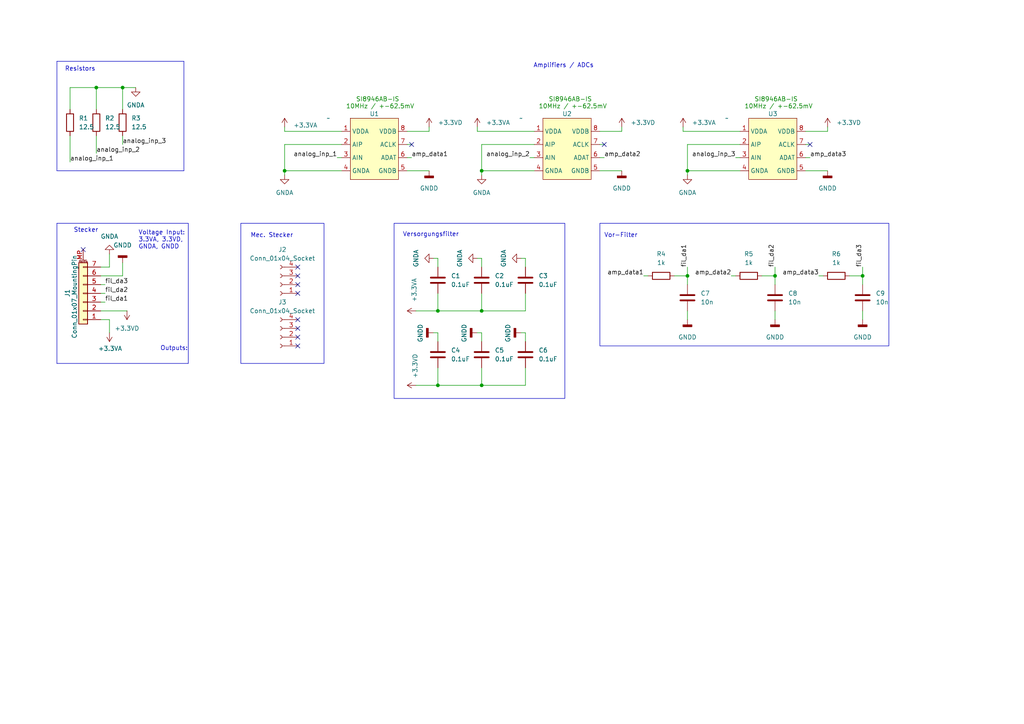
<source format=kicad_sch>
(kicad_sch (version 20231120) (generator "eeschema") (generator_version "8.0")
  (paper "A4")
  (lib_symbols
    (symbol "+3.3V_1" (power) (pin_numbers hide) (pin_names (offset 0) hide)
      (property "Value" "+3.3V" (at 0 3.556 0))
      (symbol "+3.3V_1_0_1"
        (polyline (pts (xy -0.762 1.27) (xy 0 2.54)))
        (polyline (pts (xy 0 0) (xy 0 2.54)))
        (polyline (pts (xy 0 2.54) (xy 0.762 1.27)))
      )
      (symbol "+3.3V_1_1_1"
        (pin power_in line (at 0 0 90) (length 0) (name "~") (number "1"))
      )
    )
    (symbol "Connector:Conn_01x04_Socket" (pin_names (offset 1.016) hide)
      (property "Reference" "J" (at 0 5.08 0))
      (property "Value" "Conn_01x04_Socket" (at 0 -7.62 0))
      (symbol "Conn_01x04_Socket_1_1"
        (arc (start 0 -4.572) (mid -0.5058 -5.08) (end 0 -5.588) (stroke (width 0.1524)))
        (arc (start 0 -2.032) (mid -0.5058 -2.54) (end 0 -3.048) (stroke (width 0.1524)))
        (polyline (pts (xy -1.27 -5.08) (xy -0.508 -5.08)) (stroke (width 0.1524)))
        (polyline (pts (xy -1.27 -2.54) (xy -0.508 -2.54)) (stroke (width 0.1524)))
        (polyline (pts (xy -1.27 0) (xy -0.508 0)) (stroke (width 0.1524)))
        (polyline (pts (xy -1.27 2.54) (xy -0.508 2.54)) (stroke (width 0.1524)))
        (arc (start 0 0.508) (mid -0.5058 0) (end 0 -0.508) (stroke (width 0.1524)))
        (arc (start 0 3.048) (mid -0.5058 2.54) (end 0 2.032) (stroke (width 0.1524)))
        (pin passive line (at -5.08 2.54 0) (length 3.81) (name "Pin_1") (number "1"))
        (pin passive line (at -5.08 0 0) (length 3.81) (name "Pin_2") (number "2"))
        (pin passive line (at -5.08 -2.54 0) (length 3.81) (name "Pin_3") (number "3"))
        (pin passive line (at -5.08 -5.08 0) (length 3.81) (name "Pin_4") (number "4"))
      )
    )
    (symbol "Connector_Generic_MountingPin:Conn_01x07_MountingPin" (pin_names (offset 1.016) hide)
      (property "Reference" "J" (at 0 10.16 0))
      (property "Value" "Conn_01x07_MountingPin" (at 1.27 -10.16 0))
      (symbol "Conn_01x07_MountingPin_1_1"
        (rectangle (start -1.27 -7.493) (end 0 -7.747) (stroke (width 0.1524)))
        (rectangle (start -1.27 -4.953) (end 0 -5.207) (stroke (width 0.1524)))
        (rectangle (start -1.27 -2.413) (end 0 -2.667) (stroke (width 0.1524)))
        (rectangle (start -1.27 0.127) (end 0 -0.127) (stroke (width 0.1524)))
        (rectangle (start -1.27 2.667) (end 0 2.413) (stroke (width 0.1524)))
        (rectangle (start -1.27 5.207) (end 0 4.953) (stroke (width 0.1524)))
        (rectangle (start -1.27 7.747) (end 0 7.493) (stroke (width 0.1524)))
        (rectangle (start -1.27 8.89) (end 1.27 -8.89) (stroke (width 0.254)) (fill (type background)))
        (polyline (pts (xy -1.016 -9.652) (xy 1.016 -9.652)) (stroke (width 0.1524)))
        (text "Mounting" (at 0 -9.271 0) (effects (font (size 0.381 0.381))))
        (pin passive line (at -5.08 7.62 0) (length 3.81) (name "Pin_1") (number "1"))
        (pin passive line (at -5.08 5.08 0) (length 3.81) (name "Pin_2") (number "2"))
        (pin passive line (at -5.08 2.54 0) (length 3.81) (name "Pin_3") (number "3"))
        (pin passive line (at -5.08 0 0) (length 3.81) (name "Pin_4") (number "4"))
        (pin passive line (at -5.08 -2.54 0) (length 3.81) (name "Pin_5") (number "5"))
        (pin passive line (at -5.08 -5.08 0) (length 3.81) (name "Pin_6") (number "6"))
        (pin passive line (at -5.08 -7.62 0) (length 3.81) (name "Pin_7") (number "7"))
        (pin passive line (at 0 -12.7 90) (length 3.048) (name "MountPin") (number "MP"))
      )
    )
    (symbol "Device:C" (pin_numbers hide) (pin_names (offset 0.254))
      (property "Reference" "C" (at 0.635 2.54 0))
      (property "Value" "C" (at 0.635 -2.54 0))
      (symbol "C_0_1"
        (polyline (pts (xy -2.032 -0.762) (xy 2.032 -0.762)) (stroke (width 0.508)))
        (polyline (pts (xy -2.032 0.762) (xy 2.032 0.762)) (stroke (width 0.508)))
      )
      (symbol "C_1_1"
        (pin passive line (at 0 3.81 270) (length 2.794) (name "~") (number "1"))
        (pin passive line (at 0 -3.81 90) (length 2.794) (name "~") (number "2"))
      )
    )
    (symbol "Device:R" (pin_numbers hide) (pin_names (offset 0))
      (property "Reference" "R" (at 2.032 0 90))
      (property "Value" "R" (at 0 0 90))
      (symbol "R_0_1"
        (rectangle (start -1.016 -2.54) (end 1.016 2.54) (stroke (width 0.254)))
      )
      (symbol "R_1_1"
        (pin passive line (at 0 3.81 270) (length 1.27) (name "~") (number "1"))
        (pin passive line (at 0 -3.81 90) (length 1.27) (name "~") (number "2"))
      )
    )
    (symbol "Si8941:_Si8941"
      (property "Reference" "U3" (at 0.635 7.62 0))
      (property "Value" "~" (at -12.7 6.35 0))
      (symbol "_Si8941_1_1"
        (rectangle (start -6.35 6.35) (end 7.62 -11.43) (fill (type background)))
        (pin power_in line (at -8.89 2.54 0) (length 2.54) (name "VDDA") (number "1"))
        (pin input line (at -8.89 -1.27 0) (length 2.54) (name "AIP") (number "2"))
        (pin input line (at -8.89 -5.08 0) (length 2.54) (name "AIN") (number "3"))
        (pin passive line (at -8.89 -8.89 0) (length 2.54) (name "GNDA") (number "4"))
        (pin passive line (at 10.16 -8.89 180) (length 2.54) (name "GNDB") (number "5"))
        (pin output line (at 10.16 -5.08 180) (length 2.54) (name "ADAT") (number "6"))
        (pin output line (at 10.16 -1.27 180) (length 2.54) (name "ACLK") (number "7"))
        (pin power_in line (at 10.16 2.54 180) (length 2.54) (name "VDDB") (number "8"))
      )
    )
    (symbol "_Si8941_1"
      (property "Reference" "U1" (at 0.635 7.62 0))
      (property "Value" "~" (at -12.7 6.35 0))
      (symbol "_Si8941_1_1_1"
        (rectangle (start -6.35 6.35) (end 7.62 -11.43) (fill (type background)))
        (pin power_in line (at -8.89 2.54 0) (length 2.54) (name "VDDA") (number "1"))
        (pin input line (at -8.89 -1.27 0) (length 2.54) (name "AIP") (number "2"))
        (pin input line (at -8.89 -5.08 0) (length 2.54) (name "AIN") (number "3"))
        (pin passive line (at -8.89 -8.89 0) (length 2.54) (name "GNDA") (number "4"))
        (pin passive line (at 10.16 -8.89 180) (length 2.54) (name "GNDB") (number "5"))
        (pin output line (at 10.16 -5.08 180) (length 2.54) (name "ADAT") (number "6"))
        (pin output line (at 10.16 -1.27 180) (length 2.54) (name "ACLK") (number "7"))
        (pin power_in line (at 10.16 2.54 180) (length 2.54) (name "VDDB") (number "8"))
      )
    )
    (symbol "_Si8941_2"
      (property "Reference" "U2" (at 0.635 7.62 0))
      (property "Value" "~" (at -12.7 6.35 0))
      (symbol "_Si8941_2_1_1"
        (rectangle (start -6.35 6.35) (end 7.62 -11.43) (fill (type background)))
        (pin power_in line (at -8.89 2.54 0) (length 2.54) (name "VDDA") (number "1"))
        (pin input line (at -8.89 -1.27 0) (length 2.54) (name "AIP") (number "2"))
        (pin input line (at -8.89 -5.08 0) (length 2.54) (name "AIN") (number "3"))
        (pin passive line (at -8.89 -8.89 0) (length 2.54) (name "GNDA") (number "4"))
        (pin passive line (at 10.16 -8.89 180) (length 2.54) (name "GNDB") (number "5"))
        (pin output line (at 10.16 -5.08 180) (length 2.54) (name "ADAT") (number "6"))
        (pin output line (at 10.16 -1.27 180) (length 2.54) (name "ACLK") (number "7"))
        (pin power_in line (at 10.16 2.54 180) (length 2.54) (name "VDDB") (number "8"))
      )
    )
    (symbol "power:+3.3V" (power) (pin_names (offset 0))
      (property "Value" "+3.3V" (at 0 3.556 0))
      (symbol "+3.3V_0_1"
        (polyline (pts (xy -0.762 1.27) (xy 0 2.54)))
        (polyline (pts (xy 0 0) (xy 0 2.54)))
        (polyline (pts (xy 0 2.54) (xy 0.762 1.27)))
      )
      (symbol "+3.3V_1_1"
        (pin power_in line (at 0 0 90) (length 0) hide (name "+3.3V") (number "1"))
      )
    )
    (symbol "power:+3.3VA" (power) (pin_names (offset 0))
      (property "Value" "+3.3VA" (at 0 3.556 0))
      (symbol "+3.3VA_0_1"
        (polyline (pts (xy -0.762 1.27) (xy 0 2.54)))
        (polyline (pts (xy 0 0) (xy 0 2.54)))
        (polyline (pts (xy 0 2.54) (xy 0.762 1.27)))
      )
      (symbol "+3.3VA_1_1"
        (pin power_in line (at 0 0 90) (length 0) hide (name "+3.3VA") (number "1"))
      )
    )
    (symbol "power:GNDA" (power) (pin_names (offset 0))
      (property "Value" "GNDA" (at 0 -3.81 0))
      (symbol "GNDA_0_1"
        (polyline (pts (xy 0 0) (xy 0 -1.27) (xy 1.27 -1.27) (xy 0 -2.54) (xy -1.27 -1.27) (xy 0 -1.27)))
      )
      (symbol "GNDA_1_1"
        (pin power_in line (at 0 0 270) (length 0) hide (name "GNDA") (number "1"))
      )
    )
    (symbol "power:GNDD" (power) (pin_names (offset 0))
      (property "Value" "GNDD" (at 0 -3.175 0))
      (symbol "GNDD_0_1"
        (rectangle (start -1.27 -1.524) (end 1.27 -2.032) (stroke (width 0.254)) (fill (type outline)))
        (polyline (pts (xy 0 0) (xy 0 -1.524)))
      )
      (symbol "GNDD_1_1"
        (pin power_in line (at 0 0 270) (length 0) hide (name "GNDD") (number "1"))
      )
    )
  )
  (junction (at 139.7 49.53))
  (junction (at 199.39 80.01))
  (junction (at 27.94 25.4))
  (junction (at 127 111.76))
  (junction (at 250.19 80.01))
  (junction (at 82.55 49.53))
  (junction (at 224.79 80.01))
  (junction (at 35.56 25.4))
  (junction (at 199.39 49.53))
  (junction (at 139.7 90.17))
  (junction (at 139.7 111.76))
  (junction (at 127 90.17))
  (no_connect (at 86.36 100.33))
  (no_connect (at 24.13 72.39))
  (no_connect (at 86.36 97.79))
  (no_connect (at 86.36 92.71))
  (no_connect (at 86.36 80.01))
  (no_connect (at 86.36 77.47))
  (no_connect (at 234.95 41.91))
  (no_connect (at 175.26 41.91))
  (no_connect (at 86.36 85.09))
  (no_connect (at 86.36 95.25))
  (no_connect (at 119.38 41.91))
  (no_connect (at 86.36 82.55))
  (wire (pts (xy 82.55 36.83) (xy 82.55 38.1)))
  (polyline (pts (xy 53.34 17.78) (xy 53.34 49.53)))
  (wire (pts (xy 180.34 36.83) (xy 180.34 38.1)))
  (wire (pts (xy 139.7 41.91) (xy 139.7 49.53)))
  (wire (pts (xy 154.94 41.91) (xy 139.7 41.91)))
  (wire (pts (xy 82.55 41.91) (xy 82.55 49.53)))
  (wire (pts (xy 139.7 96.52) (xy 138.43 96.52)))
  (wire (pts (xy 186.69 80.01) (xy 187.96 80.01)))
  (wire (pts (xy 127 90.17) (xy 127 85.09)))
  (wire (pts (xy 29.21 90.17) (xy 36.83 90.17)))
  (wire (pts (xy 20.32 25.4) (xy 20.32 31.75)))
  (wire (pts (xy 127 90.17) (xy 139.7 90.17)))
  (polyline (pts (xy 16.51 17.78) (xy 16.51 49.53)))
  (wire (pts (xy 35.56 39.37) (xy 35.56 41.91)))
  (wire (pts (xy 97.79 45.72) (xy 99.06 45.72)))
  (wire (pts (xy 29.21 87.63) (xy 30.48 87.63)))
  (wire (pts (xy 152.4 96.52) (xy 151.13 96.52)))
  (wire (pts (xy 199.39 49.53) (xy 214.63 49.53)))
  (wire (pts (xy 27.94 25.4) (xy 35.56 25.4)))
  (wire (pts (xy 224.79 90.17) (xy 224.79 92.71)))
  (wire (pts (xy 139.7 49.53) (xy 154.94 49.53)))
  (wire (pts (xy 224.79 82.55) (xy 224.79 80.01)))
  (wire (pts (xy 152.4 96.52) (xy 152.4 99.06)))
  (wire (pts (xy 199.39 82.55) (xy 199.39 80.01)))
  (wire (pts (xy 29.21 77.47) (xy 31.75 77.47)))
  (wire (pts (xy 127 74.93) (xy 125.73 74.93)))
  (wire (pts (xy 152.4 74.93) (xy 151.13 74.93)))
  (wire (pts (xy 127 111.76) (xy 127 106.68)))
  (wire (pts (xy 29.21 85.09) (xy 30.48 85.09)))
  (wire (pts (xy 35.56 25.4) (xy 35.56 31.75)))
  (wire (pts (xy 233.68 41.91) (xy 234.95 41.91)))
  (wire (pts (xy 152.4 74.93) (xy 152.4 77.47)))
  (wire (pts (xy 212.09 80.01) (xy 213.36 80.01)))
  (wire (pts (xy 118.11 45.72) (xy 119.38 45.72)))
  (wire (pts (xy 29.21 92.71) (xy 31.75 92.71)))
  (wire (pts (xy 139.7 111.76) (xy 152.4 111.76)))
  (wire (pts (xy 29.21 80.01) (xy 35.56 80.01)))
  (wire (pts (xy 35.56 80.01) (xy 35.56 76.2)))
  (wire (pts (xy 127 96.52) (xy 127 99.06)))
  (wire (pts (xy 213.36 45.72) (xy 214.63 45.72)))
  (wire (pts (xy 138.43 38.1) (xy 154.94 38.1)))
  (wire (pts (xy 127 96.52) (xy 125.73 96.52)))
  (wire (pts (xy 82.55 49.53) (xy 82.55 50.8)))
  (polyline (pts (xy 16.51 64.77) (xy 54.61 64.77)))
  (wire (pts (xy 198.12 38.1) (xy 214.63 38.1)))
  (wire (pts (xy 173.99 49.53) (xy 180.34 49.53)))
  (wire (pts (xy 152.4 90.17) (xy 152.4 85.09)))
  (polyline (pts (xy 16.51 64.77) (xy 16.51 105.41)))
  (wire (pts (xy 199.39 90.17) (xy 199.39 92.71)))
  (wire (pts (xy 173.99 45.72) (xy 175.26 45.72)))
  (wire (pts (xy 20.32 39.37) (xy 20.32 46.99)))
  (wire (pts (xy 118.11 49.53) (xy 124.46 49.53)))
  (wire (pts (xy 120.65 111.76) (xy 127 111.76)))
  (wire (pts (xy 246.38 80.01) (xy 250.19 80.01)))
  (wire (pts (xy 139.7 74.93) (xy 139.7 77.47)))
  (wire (pts (xy 153.67 45.72) (xy 154.94 45.72)))
  (wire (pts (xy 224.79 77.47) (xy 224.79 80.01)))
  (wire (pts (xy 82.55 38.1) (xy 99.06 38.1)))
  (wire (pts (xy 139.7 90.17) (xy 152.4 90.17)))
  (wire (pts (xy 237.49 80.01) (xy 238.76 80.01)))
  (wire (pts (xy 27.94 39.37) (xy 27.94 44.45)))
  (wire (pts (xy 233.68 49.53) (xy 240.03 49.53)))
  (polyline (pts (xy 16.51 105.41) (xy 54.61 105.41)))
  (polyline (pts (xy 53.34 49.53) (xy 16.51 49.53)))
  (wire (pts (xy 35.56 25.4) (xy 39.37 25.4)))
  (wire (pts (xy 29.21 82.55) (xy 30.48 82.55)))
  (wire (pts (xy 99.06 41.91) (xy 82.55 41.91)))
  (wire (pts (xy 82.55 49.53) (xy 99.06 49.53)))
  (wire (pts (xy 138.43 36.83) (xy 138.43 38.1)))
  (wire (pts (xy 139.7 49.53) (xy 139.7 50.8)))
  (wire (pts (xy 139.7 96.52) (xy 139.7 99.06)))
  (polyline (pts (xy 16.51 17.78) (xy 53.34 17.78)))
  (wire (pts (xy 199.39 77.47) (xy 199.39 80.01)))
  (wire (pts (xy 199.39 49.53) (xy 199.39 50.8)))
  (polyline (pts (xy 54.61 105.41) (xy 54.61 64.77)))
  (wire (pts (xy 139.7 111.76) (xy 139.7 106.68)))
  (wire (pts (xy 233.68 45.72) (xy 234.95 45.72)))
  (wire (pts (xy 139.7 74.93) (xy 138.43 74.93)))
  (wire (pts (xy 139.7 90.17) (xy 139.7 85.09)))
  (wire (pts (xy 27.94 25.4) (xy 27.94 31.75)))
  (wire (pts (xy 120.65 90.17) (xy 127 90.17)))
  (wire (pts (xy 118.11 38.1) (xy 124.46 38.1)))
  (wire (pts (xy 20.32 25.4) (xy 27.94 25.4)))
  (wire (pts (xy 233.68 38.1) (xy 240.03 38.1)))
  (wire (pts (xy 127 111.76) (xy 139.7 111.76)))
  (wire (pts (xy 152.4 111.76) (xy 152.4 106.68)))
  (wire (pts (xy 195.58 80.01) (xy 199.39 80.01)))
  (wire (pts (xy 31.75 92.71) (xy 31.75 96.52)))
  (wire (pts (xy 127 74.93) (xy 127 77.47)))
  (wire (pts (xy 173.99 41.91) (xy 175.26 41.91)))
  (wire (pts (xy 124.46 36.83) (xy 124.46 38.1)))
  (wire (pts (xy 240.03 36.83) (xy 240.03 38.1)))
  (wire (pts (xy 220.98 80.01) (xy 224.79 80.01)))
  (wire (pts (xy 250.19 82.55) (xy 250.19 80.01)))
  (wire (pts (xy 118.11 41.91) (xy 119.38 41.91)))
  (wire (pts (xy 31.75 73.66) (xy 31.75 77.47)))
  (wire (pts (xy 198.12 36.83) (xy 198.12 38.1)))
  (wire (pts (xy 173.99 38.1) (xy 180.34 38.1)))
  (wire (pts (xy 199.39 41.91) (xy 199.39 49.53)))
  (wire (pts (xy 250.19 77.47) (xy 250.19 80.01)))
  (wire (pts (xy 214.63 41.91) (xy 199.39 41.91)))
  (wire (pts (xy 250.19 90.17) (xy 250.19 92.71)))
  (rectangle (start 173.99 64.77) (end 257.81 100.33))
  (rectangle (start 114.3 64.77) (end 163.83 115.57))
  (rectangle (start 69.85 64.77) (end 93.98 105.41))
  (text "   SI8946AB-IS\n10MHz / +-62.5mV" (at 100.33 31.75 0) (effects (font (size 1.27 1.27)) (justify left bottom)))
  (text "Resistors\n\n" (at 18.796 22.86 0) (effects (font (size 1.27 1.27)) (justify left bottom)))
  (text "Mec. Stecker" (at 72.644 69.088 0) (effects (font (size 1.27 1.27)) (justify left bottom)))
  (text "   SI8946AB-IS\n10MHz / +-62.5mV" (at 215.9 31.75 0) (effects (font (size 1.27 1.27)) (justify left bottom)))
  (text "   SI8946AB-IS\n10MHz / +-62.5mV" (at 156.21 31.75 0) (effects (font (size 1.27 1.27)) (justify left bottom)))
  (text "Stecker" (at 21.336 67.564 0) (effects (font (size 1.27 1.27)) (justify left bottom)))
  (text "Versorgungsfilter" (at 124.968 68.072 0) (effects (font (size 1.27 1.27))))
  (text "Outputs: " (at 46.482 101.854 0) (effects (font (size 1.27 1.27)) (justify left bottom)))
  (text "Amplifiers / ADCs" (at 154.686 19.812 0) (effects (font (size 1.27 1.27)) (justify left bottom)))
  (text "Voltage Input: \n3.3VA, 3.3VD,\nGNDA, GNDD" (at 40.132 72.39 0) (effects (font (size 1.27 1.27)) (justify left bottom)))
  (text "Vor-Filter" (at 180.086 68.326 0) (effects (font (size 1.27 1.27))))
  (label "fil_da2" (at 30.48 85.09 0))
  (label "analog_inp_3" (at 213.36 45.72 180))
  (label "fil_da3" (at 30.48 82.55 0))
  (label "analog_inp_3" (at 35.56 41.91 0))
  (label "amp_data1" (at 186.69 80.01 180))
  (label "analog_inp_2" (at 153.67 45.72 180))
  (label "fil_da1" (at 30.48 87.63 0))
  (label "amp_data2" (at 175.26 45.72 0))
  (label "analog_inp_2" (at 27.94 44.45 0))
  (label "fil_da2" (at 224.79 77.47 90))
  (label "analog_inp_1" (at 20.32 46.99 0))
  (label "amp_data3" (at 234.95 45.72 0))
  (label "fil_da1" (at 199.39 77.47 90))
  (label "fil_da3" (at 250.19 77.47 90))
  (label "analog_inp_1" (at 97.79 45.72 180))
  (label "amp_data3" (at 237.49 80.01 180))
  (label "amp_data1" (at 119.38 45.72 0))
  (label "amp_data2" (at 212.09 80.01 180))
  (symbol (lib_id "power:GNDA") (at 39.37 25.4 0) (unit 1)
    (property "Reference" "#PWR07" (effects (hide yes)))
    (property "Value" "GNDA" (at 39.37 30.48 0))
  )
  (symbol (lib_id "power:GNDD") (at 199.39 92.71 0) (unit 1)
    (property "Reference" "#PWR024" (effects (hide yes)))
    (property "Value" "GNDD" (at 199.39 97.79 0))
  )
  (symbol (lib_id "Device:C") (at 199.39 86.36 0) (unit 1)
    (property "Reference" "C7" (at 203.2 85.0899 0) (effects (justify left)))
    (property "Value" "10n" (at 203.2 87.6299 0) (effects (justify left)))
    (property "Footprint" "Capacitor_SMD:C_0603_1608Metric_Pad1.08x0.95mm_HandSolder" (effects (hide yes)))
    (property "Description" "Unpolarized capacitor" (effects (hide yes)))
  )
  (symbol (lib_id "Device:R") (at 242.57 80.01 90) (unit 1)
    (property "Reference" "R6" (at 242.57 73.66 90))
    (property "Value" "1k" (at 242.57 76.2 90))
    (property "Footprint" "Resistor_SMD:R_0603_1608Metric_Pad0.98x0.95mm_HandSolder" (effects (hide yes)))
    (property "Description" "Resistor" (effects (hide yes)))
  )
  (symbol (lib_id "power:+3.3VA") (at 120.65 90.17 90) (unit 1)
    (property "Reference" "#PWR02" (effects (hide yes)))
    (property "Value" "+3.3VA" (at 120.142 87.63 0) (effects (justify left)))
  )
  (symbol (lib_id "Device:R") (at 20.32 35.56 0) (unit 1)
    (property "Reference" "R1" (at 22.86 34.2899 0) (effects (justify left)))
    (property "Value" "12.5" (at 22.86 36.8299 0) (effects (justify left)))
    (property "Footprint" "Resistor_SMD:R_0603_1608Metric_Pad0.98x0.95mm_HandSolder" (effects (hide yes)))
    (property "Description" "Resistor" (effects (hide yes)))
  )
  (symbol (lib_id "Device:C") (at 152.4 81.28 0) (unit 1)
    (property "Reference" "C3" (at 156.21 80.0099 0) (effects (justify left)))
    (property "Value" "0.1uF" (at 156.21 82.5499 0) (effects (justify left)))
    (property "Footprint" "Capacitor_SMD:C_0603_1608Metric_Pad1.08x0.95mm_HandSolder" (effects (hide yes)))
    (property "Description" "Unpolarized capacitor" (effects (hide yes)))
  )
  (symbol (lib_name "_Si8941_2") (lib_id "Si8941:_Si8941") (at 163.83 40.64 0) (unit 1)
    (property "Reference" "U2" (at 164.465 33.02 0))
    (property "Value" "~" (at 151.13 34.29 0))
    (property "Footprint" "Package_SO:SOP-8_3.9x4.9mm_P1.27mm" (effects (hide yes)))
  )
  (symbol (lib_id "power:GNDD") (at 250.19 92.71 0) (unit 1)
    (property "Reference" "#PWR026" (effects (hide yes)))
    (property "Value" "GNDD" (at 250.19 97.79 0))
  )
  (symbol (lib_id "power:GNDA") (at 199.39 50.8 0) (unit 1)
    (property "Reference" "#PWR017" (effects (hide yes)))
    (property "Value" "GNDA" (at 199.39 55.88 0))
  )
  (symbol (lib_id "Device:C") (at 127 81.28 0) (unit 1)
    (property "Reference" "C1" (at 130.81 80.0099 0) (effects (justify left)))
    (property "Value" "0.1uF" (at 130.81 82.5499 0) (effects (justify left)))
    (property "Footprint" "Capacitor_SMD:C_0603_1608Metric_Pad1.08x0.95mm_HandSolder" (effects (hide yes)))
    (property "Description" "Unpolarized capacitor" (effects (hide yes)))
  )
  (symbol (lib_id "power:+3.3VA") (at 198.12 36.83 0) (unit 1)
    (property "Reference" "#PWR015" (effects (hide yes)))
    (property "Value" "+3.3VA" (at 200.66 35.5599 0) (effects (justify left)))
  )
  (symbol (lib_id "Device:C") (at 139.7 102.87 0) (unit 1)
    (property "Reference" "C5" (at 143.51 101.5999 0) (effects (justify left)))
    (property "Value" "0.1uF" (at 143.51 104.1399 0) (effects (justify left)))
    (property "Footprint" "Capacitor_SMD:C_0603_1608Metric_Pad1.08x0.95mm_HandSolder" (effects (hide yes)))
    (property "Description" "Unpolarized capacitor" (effects (hide yes)))
  )
  (symbol (lib_id "power:GNDD") (at 224.79 92.71 0) (unit 1)
    (property "Reference" "#PWR025" (effects (hide yes)))
    (property "Value" "GNDD" (at 224.79 97.79 0))
  )
  (symbol (lib_name "+3.3V_1") (lib_id "power:+3.3V") (at 36.83 90.17 180) (unit 1)
    (property "Reference" "#PWR04" (effects (hide yes)))
    (property "Value" "+3.3VD" (at 36.83 95.25 0))
    (property "Description" "Power symbol creates a global label with name \"+3.3V\"" (effects (hide yes)))
  )
  (symbol (lib_id "Device:C") (at 127 102.87 0) (unit 1)
    (property "Reference" "C4" (at 130.81 101.5999 0) (effects (justify left)))
    (property "Value" "0.1uF" (at 130.81 104.1399 0) (effects (justify left)))
    (property "Footprint" "Capacitor_SMD:C_0603_1608Metric_Pad1.08x0.95mm_HandSolder" (effects (hide yes)))
    (property "Description" "Unpolarized capacitor" (effects (hide yes)))
  )
  (symbol (lib_id "power:GNDD") (at 125.73 96.52 270) (unit 1)
    (property "Reference" "#PWR023" (effects (hide yes)))
    (property "Value" "GNDD" (at 121.92 99.314 0) (effects (justify right)))
  )
  (symbol (lib_id "Si8941:_Si8941") (at 223.52 40.64 0) (unit 1)
    (property "Reference" "U3" (at 224.155 33.02 0))
    (property "Value" "~" (at 210.82 34.29 0))
    (property "Footprint" "Package_SO:SOP-8_3.9x4.9mm_P1.27mm" (effects (hide yes)))
  )
  (symbol (lib_id "power:GNDA") (at 125.73 74.93 270) (unit 1)
    (property "Reference" "#PWR03" (effects (hide yes)))
    (property "Value" "GNDA" (at 120.65 74.93 0))
  )
  (symbol (lib_id "power:GNDD") (at 35.56 76.2 180) (unit 1)
    (property "Reference" "#PWR01" (effects (hide yes)))
    (property "Value" "GNDD" (at 35.56 71.12 0))
  )
  (symbol (lib_id "Device:R") (at 27.94 35.56 0) (unit 1)
    (property "Reference" "R2" (at 30.48 34.2899 0) (effects (justify left)))
    (property "Value" "12.5" (at 30.48 36.8299 0) (effects (justify left)))
    (property "Footprint" "Resistor_SMD:R_0603_1608Metric_Pad0.98x0.95mm_HandSolder" (effects (hide yes)))
    (property "Description" "Resistor" (effects (hide yes)))
  )
  (symbol (lib_id "power:+3.3VA") (at 82.55 36.83 0) (unit 1)
    (property "Reference" "#PWR09" (effects (hide yes)))
    (property "Value" "+3.3VA" (at 85.09 36.322 0) (effects (justify left)))
  )
  (symbol (lib_id "Device:C") (at 250.19 86.36 0) (unit 1)
    (property "Reference" "C9" (at 254 85.0899 0) (effects (justify left)))
    (property "Value" "10n" (at 254 87.6299 0) (effects (justify left)))
    (property "Footprint" "Capacitor_SMD:C_0603_1608Metric_Pad1.08x0.95mm_HandSolder" (effects (hide yes)))
    (property "Description" "Unpolarized capacitor" (effects (hide yes)))
  )
  (symbol (lib_id "Connector_Generic_MountingPin:Conn_01x07_MountingPin") (at 24.13 85.09 180) (unit 1)
    (property "Reference" "J1" (at 19.558 83.82 90) (effects (justify left)))
    (property "Value" "Conn_01x07_MountingPin" (at 21.59 73.914 90) (effects (justify left)))
    (property "Footprint" "Connector_JST:JST_GH_BM07B-GHS-TBT_1x07-1MP_P1.25mm_Vertical" (effects (hide yes)))
    (property "Description" "Generic connectable mounting pin connector, single row, 01x07, script generated (kicad-library-utils/schlib/autogen/connector/)" (effects (hide yes)))
  )
  (symbol (lib_id "Connector:Conn_01x04_Socket") (at 81.28 97.79 180) (unit 1)
    (property "Reference" "J3" (at 81.915 87.63 0))
    (property "Value" "Conn_01x04_Socket" (at 81.915 90.17 0))
    (property "Footprint" "Connector_PinHeader_1.27mm:PinHeader_1x04_P1.27mm_Vertical" (effects (hide yes)))
    (property "Description" "Generic connector, single row, 01x04, script generated" (effects (hide yes)))
  )
  (symbol (lib_id "power:GNDA") (at 138.43 74.93 270) (unit 1)
    (property "Reference" "#PWR05" (effects (hide yes)))
    (property "Value" "GNDA" (at 133.35 74.93 0))
  )
  (symbol (lib_id "Device:C") (at 152.4 102.87 0) (unit 1)
    (property "Reference" "C6" (at 156.21 101.5999 0) (effects (justify left)))
    (property "Value" "0.1uF" (at 156.21 104.1399 0) (effects (justify left)))
    (property "Footprint" "Capacitor_SMD:C_0603_1608Metric_Pad1.08x0.95mm_HandSolder" (effects (hide yes)))
    (property "Description" "Unpolarized capacitor" (effects (hide yes)))
  )
  (symbol (lib_id "power:GNDA") (at 82.55 50.8 0) (unit 1)
    (property "Reference" "#PWR010" (effects (hide yes)))
    (property "Value" "GNDA" (at 82.55 55.88 0))
  )
  (symbol (lib_id "power:GNDA") (at 139.7 50.8 0) (unit 1)
    (property "Reference" "#PWR08" (effects (hide yes)))
    (property "Value" "GNDA" (at 139.7 55.88 0))
  )
  (symbol (lib_id "power:GNDA") (at 151.13 74.93 270) (unit 1)
    (property "Reference" "#PWR016" (effects (hide yes)))
    (property "Value" "GNDA" (at 146.05 74.93 0))
  )
  (symbol (lib_id "power:GNDD") (at 180.34 49.53 0) (unit 1)
    (property "Reference" "#PWR014" (effects (hide yes)))
    (property "Value" "GNDD" (at 180.34 54.61 0))
  )
  (symbol (lib_id "Device:C") (at 139.7 81.28 0) (unit 1)
    (property "Reference" "C2" (at 143.51 80.0099 0) (effects (justify left)))
    (property "Value" "0.1uF" (at 143.51 82.5499 0) (effects (justify left)))
    (property "Footprint" "Capacitor_SMD:C_0603_1608Metric_Pad1.08x0.95mm_HandSolder" (effects (hide yes)))
    (property "Description" "Unpolarized capacitor" (effects (hide yes)))
  )
  (symbol (lib_id "power:+3.3V") (at 240.03 36.83 0) (unit 1)
    (property "Reference" "#PWR018" (effects (hide yes)))
    (property "Value" "+3.3VD" (at 242.57 35.5599 0) (effects (justify left)))
  )
  (symbol (lib_name "_Si8941_1") (lib_id "Si8941:_Si8941") (at 107.95 40.64 0) (unit 1)
    (property "Reference" "U1" (at 108.585 33.02 0))
    (property "Value" "~" (at 95.25 34.29 0))
    (property "Footprint" "Package_SO:SOP-8_3.9x4.9mm_P1.27mm" (effects (hide yes)))
  )
  (symbol (lib_id "Device:R") (at 191.77 80.01 90) (unit 1)
    (property "Reference" "R4" (at 191.77 73.66 90))
    (property "Value" "1k" (at 191.77 76.2 90))
    (property "Footprint" "Resistor_SMD:R_0603_1608Metric_Pad0.98x0.95mm_HandSolder" (effects (hide yes)))
    (property "Description" "Resistor" (effects (hide yes)))
  )
  (symbol (lib_id "Connector:Conn_01x04_Socket") (at 81.28 82.55 180) (unit 1)
    (property "Reference" "J2" (at 81.915 72.39 0))
    (property "Value" "Conn_01x04_Socket" (at 81.915 74.93 0))
    (property "Footprint" "Connector_PinHeader_1.27mm:PinHeader_1x04_P1.27mm_Vertical" (effects (hide yes)))
    (property "Description" "Generic connector, single row, 01x04, script generated" (effects (hide yes)))
  )
  (symbol (lib_id "power:+3.3V") (at 180.34 36.83 0) (unit 1)
    (property "Reference" "#PWR013" (effects (hide yes)))
    (property "Value" "+3.3VD" (at 182.88 35.5599 0) (effects (justify left)))
  )
  (symbol (lib_id "Device:C") (at 224.79 86.36 0) (unit 1)
    (property "Reference" "C8" (at 228.6 85.0899 0) (effects (justify left)))
    (property "Value" "10n" (at 228.6 87.6299 0) (effects (justify left)))
    (property "Footprint" "Capacitor_SMD:C_0603_1608Metric_Pad1.08x0.95mm_HandSolder" (effects (hide yes)))
    (property "Description" "Unpolarized capacitor" (effects (hide yes)))
  )
  (symbol (lib_id "power:+3.3V") (at 124.46 36.83 0) (unit 1)
    (property "Reference" "#PWR011" (effects (hide yes)))
    (property "Value" "+3.3VD" (at 127 35.5599 0) (effects (justify left)))
  )
  (symbol (lib_id "power:GNDD") (at 240.03 49.53 0) (unit 1)
    (property "Reference" "#PWR019" (effects (hide yes)))
    (property "Value" "GNDD" (at 240.03 54.61 0))
  )
  (symbol (lib_id "power:+3.3VA") (at 138.43 36.83 0) (unit 1)
    (property "Reference" "#PWR06" (effects (hide yes)))
    (property "Value" "+3.3VA" (at 140.97 35.5599 0) (effects (justify left)))
  )
  (symbol (lib_id "power:GNDD") (at 124.46 49.53 0) (unit 1)
    (property "Reference" "#PWR012" (effects (hide yes)))
    (property "Value" "GNDD" (at 124.46 54.61 0))
  )
  (symbol (lib_id "power:+3.3V") (at 120.65 111.76 90) (unit 1)
    (property "Reference" "#PWR022" (effects (hide yes)))
    (property "Value" "+3.3VD" (at 120.396 109.728 0) (effects (justify left)))
  )
  (symbol (lib_id "power:+3.3VA") (at 31.75 96.52 180) (unit 1)
    (property "Reference" "#PWR020" (effects (hide yes)))
    (property "Value" "+3.3VA" (at 28.448 101.092 0) (effects (justify right)))
  )
  (symbol (lib_id "Device:R") (at 217.17 80.01 90) (unit 1)
    (property "Reference" "R5" (at 217.17 73.66 90))
    (property "Value" "1k" (at 217.17 76.2 90))
    (property "Footprint" "Resistor_SMD:R_0603_1608Metric_Pad0.98x0.95mm_HandSolder" (effects (hide yes)))
    (property "Description" "Resistor" (effects (hide yes)))
  )
  (symbol (lib_id "Device:R") (at 35.56 35.56 0) (unit 1)
    (property "Reference" "R3" (at 38.1 34.2899 0) (effects (justify left)))
    (property "Value" "12.5" (at 38.1 36.8299 0) (effects (justify left)))
    (property "Footprint" "Resistor_SMD:R_0603_1608Metric_Pad0.98x0.95mm_HandSolder" (effects (hide yes)))
    (property "Description" "Resistor" (effects (hide yes)))
  )
  (symbol (lib_id "power:GNDD") (at 138.43 96.52 270) (unit 1)
    (property "Reference" "#PWR027" (effects (hide yes)))
    (property "Value" "GNDD" (at 134.62 99.314 0) (effects (justify right)))
  )
  (symbol (lib_id "power:GNDD") (at 151.13 96.52 270) (unit 1)
    (property "Reference" "#PWR028" (effects (hide yes)))
    (property "Value" "GNDD" (at 147.32 99.314 0) (effects (justify right)))
  )
  (symbol (lib_id "power:GNDA") (at 31.75 73.66 180) (unit 1)
    (property "Reference" "#PWR021" (effects (hide yes)))
    (property "Value" "GNDA" (at 31.75 68.58 0))
  )
)
</source>
